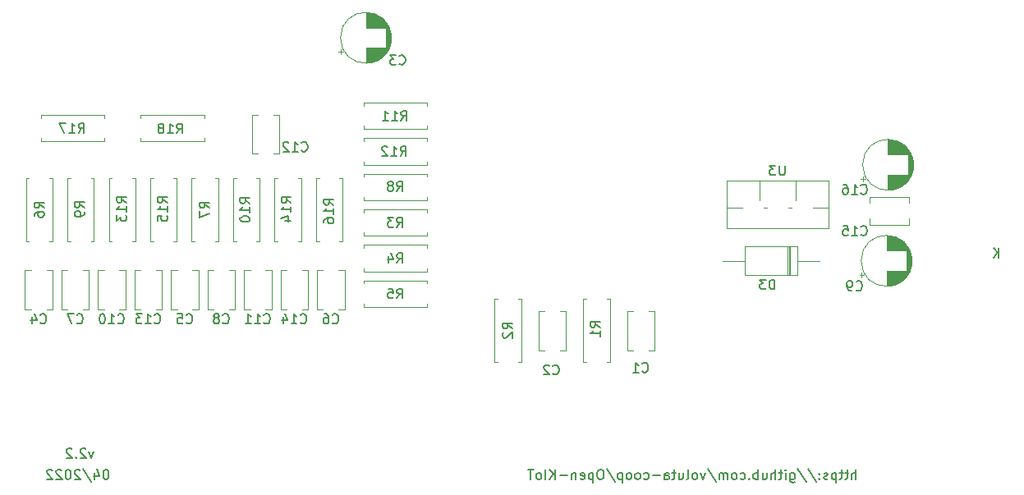
<source format=gbo>
G04 #@! TF.GenerationSoftware,KiCad,Pcbnew,6.0.4-6f826c9f35~116~ubuntu20.04.1*
G04 #@! TF.CreationDate,2022-04-25T20:45:33+02:00*
G04 #@! TF.ProjectId,Open_KIoT,4f70656e-5f4b-4496-9f54-2e6b69636164,rev?*
G04 #@! TF.SameCoordinates,Original*
G04 #@! TF.FileFunction,Legend,Bot*
G04 #@! TF.FilePolarity,Positive*
%FSLAX46Y46*%
G04 Gerber Fmt 4.6, Leading zero omitted, Abs format (unit mm)*
G04 Created by KiCad (PCBNEW 6.0.4-6f826c9f35~116~ubuntu20.04.1) date 2022-04-25 20:45:33*
%MOMM*%
%LPD*%
G01*
G04 APERTURE LIST*
%ADD10C,0.150000*%
%ADD11C,0.120000*%
G04 APERTURE END LIST*
D10*
X76652380Y-164752380D02*
X76557142Y-164752380D01*
X76461904Y-164800000D01*
X76414285Y-164847619D01*
X76366666Y-164942857D01*
X76319047Y-165133333D01*
X76319047Y-165371428D01*
X76366666Y-165561904D01*
X76414285Y-165657142D01*
X76461904Y-165704761D01*
X76557142Y-165752380D01*
X76652380Y-165752380D01*
X76747619Y-165704761D01*
X76795238Y-165657142D01*
X76842857Y-165561904D01*
X76890476Y-165371428D01*
X76890476Y-165133333D01*
X76842857Y-164942857D01*
X76795238Y-164847619D01*
X76747619Y-164800000D01*
X76652380Y-164752380D01*
X75461904Y-165085714D02*
X75461904Y-165752380D01*
X75700000Y-164704761D02*
X75938095Y-165419047D01*
X75319047Y-165419047D01*
X74223809Y-164704761D02*
X75080952Y-165990476D01*
X73938095Y-164847619D02*
X73890476Y-164800000D01*
X73795238Y-164752380D01*
X73557142Y-164752380D01*
X73461904Y-164800000D01*
X73414285Y-164847619D01*
X73366666Y-164942857D01*
X73366666Y-165038095D01*
X73414285Y-165180952D01*
X73985714Y-165752380D01*
X73366666Y-165752380D01*
X72747619Y-164752380D02*
X72652380Y-164752380D01*
X72557142Y-164800000D01*
X72509523Y-164847619D01*
X72461904Y-164942857D01*
X72414285Y-165133333D01*
X72414285Y-165371428D01*
X72461904Y-165561904D01*
X72509523Y-165657142D01*
X72557142Y-165704761D01*
X72652380Y-165752380D01*
X72747619Y-165752380D01*
X72842857Y-165704761D01*
X72890476Y-165657142D01*
X72938095Y-165561904D01*
X72985714Y-165371428D01*
X72985714Y-165133333D01*
X72938095Y-164942857D01*
X72890476Y-164847619D01*
X72842857Y-164800000D01*
X72747619Y-164752380D01*
X72033333Y-164847619D02*
X71985714Y-164800000D01*
X71890476Y-164752380D01*
X71652380Y-164752380D01*
X71557142Y-164800000D01*
X71509523Y-164847619D01*
X71461904Y-164942857D01*
X71461904Y-165038095D01*
X71509523Y-165180952D01*
X72080952Y-165752380D01*
X71461904Y-165752380D01*
X71080952Y-164847619D02*
X71033333Y-164800000D01*
X70938095Y-164752380D01*
X70700000Y-164752380D01*
X70604761Y-164800000D01*
X70557142Y-164847619D01*
X70509523Y-164942857D01*
X70509523Y-165038095D01*
X70557142Y-165180952D01*
X71128571Y-165752380D01*
X70509523Y-165752380D01*
X153933333Y-165752380D02*
X153933333Y-164752380D01*
X153504761Y-165752380D02*
X153504761Y-165228571D01*
X153552380Y-165133333D01*
X153647619Y-165085714D01*
X153790476Y-165085714D01*
X153885714Y-165133333D01*
X153933333Y-165180952D01*
X153171428Y-165085714D02*
X152790476Y-165085714D01*
X153028571Y-164752380D02*
X153028571Y-165609523D01*
X152980952Y-165704761D01*
X152885714Y-165752380D01*
X152790476Y-165752380D01*
X152600000Y-165085714D02*
X152219047Y-165085714D01*
X152457142Y-164752380D02*
X152457142Y-165609523D01*
X152409523Y-165704761D01*
X152314285Y-165752380D01*
X152219047Y-165752380D01*
X151885714Y-165085714D02*
X151885714Y-166085714D01*
X151885714Y-165133333D02*
X151790476Y-165085714D01*
X151600000Y-165085714D01*
X151504761Y-165133333D01*
X151457142Y-165180952D01*
X151409523Y-165276190D01*
X151409523Y-165561904D01*
X151457142Y-165657142D01*
X151504761Y-165704761D01*
X151600000Y-165752380D01*
X151790476Y-165752380D01*
X151885714Y-165704761D01*
X151028571Y-165704761D02*
X150933333Y-165752380D01*
X150742857Y-165752380D01*
X150647619Y-165704761D01*
X150600000Y-165609523D01*
X150600000Y-165561904D01*
X150647619Y-165466666D01*
X150742857Y-165419047D01*
X150885714Y-165419047D01*
X150980952Y-165371428D01*
X151028571Y-165276190D01*
X151028571Y-165228571D01*
X150980952Y-165133333D01*
X150885714Y-165085714D01*
X150742857Y-165085714D01*
X150647619Y-165133333D01*
X150171428Y-165657142D02*
X150123809Y-165704761D01*
X150171428Y-165752380D01*
X150219047Y-165704761D01*
X150171428Y-165657142D01*
X150171428Y-165752380D01*
X150171428Y-165133333D02*
X150123809Y-165180952D01*
X150171428Y-165228571D01*
X150219047Y-165180952D01*
X150171428Y-165133333D01*
X150171428Y-165228571D01*
X148980952Y-164704761D02*
X149838095Y-165990476D01*
X147933333Y-164704761D02*
X148790476Y-165990476D01*
X147171428Y-165085714D02*
X147171428Y-165895238D01*
X147219047Y-165990476D01*
X147266666Y-166038095D01*
X147361904Y-166085714D01*
X147504761Y-166085714D01*
X147600000Y-166038095D01*
X147171428Y-165704761D02*
X147266666Y-165752380D01*
X147457142Y-165752380D01*
X147552380Y-165704761D01*
X147600000Y-165657142D01*
X147647619Y-165561904D01*
X147647619Y-165276190D01*
X147600000Y-165180952D01*
X147552380Y-165133333D01*
X147457142Y-165085714D01*
X147266666Y-165085714D01*
X147171428Y-165133333D01*
X146695238Y-165752380D02*
X146695238Y-165085714D01*
X146695238Y-164752380D02*
X146742857Y-164800000D01*
X146695238Y-164847619D01*
X146647619Y-164800000D01*
X146695238Y-164752380D01*
X146695238Y-164847619D01*
X146361904Y-165085714D02*
X145980952Y-165085714D01*
X146219047Y-164752380D02*
X146219047Y-165609523D01*
X146171428Y-165704761D01*
X146076190Y-165752380D01*
X145980952Y-165752380D01*
X145647619Y-165752380D02*
X145647619Y-164752380D01*
X145219047Y-165752380D02*
X145219047Y-165228571D01*
X145266666Y-165133333D01*
X145361904Y-165085714D01*
X145504761Y-165085714D01*
X145600000Y-165133333D01*
X145647619Y-165180952D01*
X144314285Y-165085714D02*
X144314285Y-165752380D01*
X144742857Y-165085714D02*
X144742857Y-165609523D01*
X144695238Y-165704761D01*
X144600000Y-165752380D01*
X144457142Y-165752380D01*
X144361904Y-165704761D01*
X144314285Y-165657142D01*
X143838095Y-165752380D02*
X143838095Y-164752380D01*
X143838095Y-165133333D02*
X143742857Y-165085714D01*
X143552380Y-165085714D01*
X143457142Y-165133333D01*
X143409523Y-165180952D01*
X143361904Y-165276190D01*
X143361904Y-165561904D01*
X143409523Y-165657142D01*
X143457142Y-165704761D01*
X143552380Y-165752380D01*
X143742857Y-165752380D01*
X143838095Y-165704761D01*
X142933333Y-165657142D02*
X142885714Y-165704761D01*
X142933333Y-165752380D01*
X142980952Y-165704761D01*
X142933333Y-165657142D01*
X142933333Y-165752380D01*
X142028571Y-165704761D02*
X142123809Y-165752380D01*
X142314285Y-165752380D01*
X142409523Y-165704761D01*
X142457142Y-165657142D01*
X142504761Y-165561904D01*
X142504761Y-165276190D01*
X142457142Y-165180952D01*
X142409523Y-165133333D01*
X142314285Y-165085714D01*
X142123809Y-165085714D01*
X142028571Y-165133333D01*
X141457142Y-165752380D02*
X141552380Y-165704761D01*
X141600000Y-165657142D01*
X141647619Y-165561904D01*
X141647619Y-165276190D01*
X141600000Y-165180952D01*
X141552380Y-165133333D01*
X141457142Y-165085714D01*
X141314285Y-165085714D01*
X141219047Y-165133333D01*
X141171428Y-165180952D01*
X141123809Y-165276190D01*
X141123809Y-165561904D01*
X141171428Y-165657142D01*
X141219047Y-165704761D01*
X141314285Y-165752380D01*
X141457142Y-165752380D01*
X140695238Y-165752380D02*
X140695238Y-165085714D01*
X140695238Y-165180952D02*
X140647619Y-165133333D01*
X140552380Y-165085714D01*
X140409523Y-165085714D01*
X140314285Y-165133333D01*
X140266666Y-165228571D01*
X140266666Y-165752380D01*
X140266666Y-165228571D02*
X140219047Y-165133333D01*
X140123809Y-165085714D01*
X139980952Y-165085714D01*
X139885714Y-165133333D01*
X139838095Y-165228571D01*
X139838095Y-165752380D01*
X138647619Y-164704761D02*
X139504761Y-165990476D01*
X138409523Y-165085714D02*
X138171428Y-165752380D01*
X137933333Y-165085714D01*
X137409523Y-165752380D02*
X137504761Y-165704761D01*
X137552380Y-165657142D01*
X137600000Y-165561904D01*
X137600000Y-165276190D01*
X137552380Y-165180952D01*
X137504761Y-165133333D01*
X137409523Y-165085714D01*
X137266666Y-165085714D01*
X137171428Y-165133333D01*
X137123809Y-165180952D01*
X137076190Y-165276190D01*
X137076190Y-165561904D01*
X137123809Y-165657142D01*
X137171428Y-165704761D01*
X137266666Y-165752380D01*
X137409523Y-165752380D01*
X136504761Y-165752380D02*
X136600000Y-165704761D01*
X136647619Y-165609523D01*
X136647619Y-164752380D01*
X135695238Y-165085714D02*
X135695238Y-165752380D01*
X136123809Y-165085714D02*
X136123809Y-165609523D01*
X136076190Y-165704761D01*
X135980952Y-165752380D01*
X135838095Y-165752380D01*
X135742857Y-165704761D01*
X135695238Y-165657142D01*
X135361904Y-165085714D02*
X134980952Y-165085714D01*
X135219047Y-164752380D02*
X135219047Y-165609523D01*
X135171428Y-165704761D01*
X135076190Y-165752380D01*
X134980952Y-165752380D01*
X134219047Y-165752380D02*
X134219047Y-165228571D01*
X134266666Y-165133333D01*
X134361904Y-165085714D01*
X134552380Y-165085714D01*
X134647619Y-165133333D01*
X134219047Y-165704761D02*
X134314285Y-165752380D01*
X134552380Y-165752380D01*
X134647619Y-165704761D01*
X134695238Y-165609523D01*
X134695238Y-165514285D01*
X134647619Y-165419047D01*
X134552380Y-165371428D01*
X134314285Y-165371428D01*
X134219047Y-165323809D01*
X133742857Y-165371428D02*
X132980952Y-165371428D01*
X132076190Y-165704761D02*
X132171428Y-165752380D01*
X132361904Y-165752380D01*
X132457142Y-165704761D01*
X132504761Y-165657142D01*
X132552380Y-165561904D01*
X132552380Y-165276190D01*
X132504761Y-165180952D01*
X132457142Y-165133333D01*
X132361904Y-165085714D01*
X132171428Y-165085714D01*
X132076190Y-165133333D01*
X131504761Y-165752380D02*
X131600000Y-165704761D01*
X131647619Y-165657142D01*
X131695238Y-165561904D01*
X131695238Y-165276190D01*
X131647619Y-165180952D01*
X131600000Y-165133333D01*
X131504761Y-165085714D01*
X131361904Y-165085714D01*
X131266666Y-165133333D01*
X131219047Y-165180952D01*
X131171428Y-165276190D01*
X131171428Y-165561904D01*
X131219047Y-165657142D01*
X131266666Y-165704761D01*
X131361904Y-165752380D01*
X131504761Y-165752380D01*
X130600000Y-165752380D02*
X130695238Y-165704761D01*
X130742857Y-165657142D01*
X130790476Y-165561904D01*
X130790476Y-165276190D01*
X130742857Y-165180952D01*
X130695238Y-165133333D01*
X130600000Y-165085714D01*
X130457142Y-165085714D01*
X130361904Y-165133333D01*
X130314285Y-165180952D01*
X130266666Y-165276190D01*
X130266666Y-165561904D01*
X130314285Y-165657142D01*
X130361904Y-165704761D01*
X130457142Y-165752380D01*
X130600000Y-165752380D01*
X129838095Y-165085714D02*
X129838095Y-166085714D01*
X129838095Y-165133333D02*
X129742857Y-165085714D01*
X129552380Y-165085714D01*
X129457142Y-165133333D01*
X129409523Y-165180952D01*
X129361904Y-165276190D01*
X129361904Y-165561904D01*
X129409523Y-165657142D01*
X129457142Y-165704761D01*
X129552380Y-165752380D01*
X129742857Y-165752380D01*
X129838095Y-165704761D01*
X128219047Y-164704761D02*
X129076190Y-165990476D01*
X127695238Y-164752380D02*
X127504761Y-164752380D01*
X127409523Y-164800000D01*
X127314285Y-164895238D01*
X127266666Y-165085714D01*
X127266666Y-165419047D01*
X127314285Y-165609523D01*
X127409523Y-165704761D01*
X127504761Y-165752380D01*
X127695238Y-165752380D01*
X127790476Y-165704761D01*
X127885714Y-165609523D01*
X127933333Y-165419047D01*
X127933333Y-165085714D01*
X127885714Y-164895238D01*
X127790476Y-164800000D01*
X127695238Y-164752380D01*
X126838095Y-165085714D02*
X126838095Y-166085714D01*
X126838095Y-165133333D02*
X126742857Y-165085714D01*
X126552380Y-165085714D01*
X126457142Y-165133333D01*
X126409523Y-165180952D01*
X126361904Y-165276190D01*
X126361904Y-165561904D01*
X126409523Y-165657142D01*
X126457142Y-165704761D01*
X126552380Y-165752380D01*
X126742857Y-165752380D01*
X126838095Y-165704761D01*
X125552380Y-165704761D02*
X125647619Y-165752380D01*
X125838095Y-165752380D01*
X125933333Y-165704761D01*
X125980952Y-165609523D01*
X125980952Y-165228571D01*
X125933333Y-165133333D01*
X125838095Y-165085714D01*
X125647619Y-165085714D01*
X125552380Y-165133333D01*
X125504761Y-165228571D01*
X125504761Y-165323809D01*
X125980952Y-165419047D01*
X125076190Y-165085714D02*
X125076190Y-165752380D01*
X125076190Y-165180952D02*
X125028571Y-165133333D01*
X124933333Y-165085714D01*
X124790476Y-165085714D01*
X124695238Y-165133333D01*
X124647619Y-165228571D01*
X124647619Y-165752380D01*
X124171428Y-165371428D02*
X123409523Y-165371428D01*
X122933333Y-165752380D02*
X122933333Y-164752380D01*
X122361904Y-165752380D02*
X122790476Y-165180952D01*
X122361904Y-164752380D02*
X122933333Y-165323809D01*
X121933333Y-165752380D02*
X121933333Y-164752380D01*
X121314285Y-165752380D02*
X121409523Y-165704761D01*
X121457142Y-165657142D01*
X121504761Y-165561904D01*
X121504761Y-165276190D01*
X121457142Y-165180952D01*
X121409523Y-165133333D01*
X121314285Y-165085714D01*
X121171428Y-165085714D01*
X121076190Y-165133333D01*
X121028571Y-165180952D01*
X120980952Y-165276190D01*
X120980952Y-165561904D01*
X121028571Y-165657142D01*
X121076190Y-165704761D01*
X121171428Y-165752380D01*
X121314285Y-165752380D01*
X120695238Y-164752380D02*
X120123809Y-164752380D01*
X120409523Y-165752380D02*
X120409523Y-164752380D01*
X75328571Y-162885714D02*
X75090476Y-163552380D01*
X74852380Y-162885714D01*
X74519047Y-162647619D02*
X74471428Y-162600000D01*
X74376190Y-162552380D01*
X74138095Y-162552380D01*
X74042857Y-162600000D01*
X73995238Y-162647619D01*
X73947619Y-162742857D01*
X73947619Y-162838095D01*
X73995238Y-162980952D01*
X74566666Y-163552380D01*
X73947619Y-163552380D01*
X73519047Y-163457142D02*
X73471428Y-163504761D01*
X73519047Y-163552380D01*
X73566666Y-163504761D01*
X73519047Y-163457142D01*
X73519047Y-163552380D01*
X73090476Y-162647619D02*
X73042857Y-162600000D01*
X72947619Y-162552380D01*
X72709523Y-162552380D01*
X72614285Y-162600000D01*
X72566666Y-162647619D01*
X72519047Y-162742857D01*
X72519047Y-162838095D01*
X72566666Y-162980952D01*
X73138095Y-163552380D01*
X72519047Y-163552380D01*
X100079880Y-137457142D02*
X99603690Y-137123809D01*
X100079880Y-136885714D02*
X99079880Y-136885714D01*
X99079880Y-137266666D01*
X99127500Y-137361904D01*
X99175119Y-137409523D01*
X99270357Y-137457142D01*
X99413214Y-137457142D01*
X99508452Y-137409523D01*
X99556071Y-137361904D01*
X99603690Y-137266666D01*
X99603690Y-136885714D01*
X100079880Y-138409523D02*
X100079880Y-137838095D01*
X100079880Y-138123809D02*
X99079880Y-138123809D01*
X99222738Y-138028571D01*
X99317976Y-137933333D01*
X99365595Y-137838095D01*
X99079880Y-139266666D02*
X99079880Y-139076190D01*
X99127500Y-138980952D01*
X99175119Y-138933333D01*
X99317976Y-138838095D01*
X99508452Y-138790476D01*
X99889404Y-138790476D01*
X99984642Y-138838095D01*
X100032261Y-138885714D01*
X100079880Y-138980952D01*
X100079880Y-139171428D01*
X100032261Y-139266666D01*
X99984642Y-139314285D01*
X99889404Y-139361904D01*
X99651309Y-139361904D01*
X99556071Y-139314285D01*
X99508452Y-139266666D01*
X99460833Y-139171428D01*
X99460833Y-138980952D01*
X99508452Y-138885714D01*
X99556071Y-138838095D01*
X99651309Y-138790476D01*
X74372737Y-137723333D02*
X73896547Y-137390000D01*
X74372737Y-137151904D02*
X73372737Y-137151904D01*
X73372737Y-137532857D01*
X73420357Y-137628095D01*
X73467976Y-137675714D01*
X73563214Y-137723333D01*
X73706071Y-137723333D01*
X73801309Y-137675714D01*
X73848928Y-137628095D01*
X73896547Y-137532857D01*
X73896547Y-137151904D01*
X74372737Y-138199523D02*
X74372737Y-138390000D01*
X74325118Y-138485238D01*
X74277499Y-138532857D01*
X74134642Y-138628095D01*
X73944166Y-138675714D01*
X73563214Y-138675714D01*
X73467976Y-138628095D01*
X73420357Y-138580476D01*
X73372737Y-138485238D01*
X73372737Y-138294761D01*
X73420357Y-138199523D01*
X73467976Y-138151904D01*
X73563214Y-138104285D01*
X73801309Y-138104285D01*
X73896547Y-138151904D01*
X73944166Y-138199523D01*
X73991785Y-138294761D01*
X73991785Y-138485238D01*
X73944166Y-138580476D01*
X73896547Y-138628095D01*
X73801309Y-138675714D01*
X84901664Y-149607142D02*
X84949283Y-149654761D01*
X85092140Y-149702380D01*
X85187378Y-149702380D01*
X85330236Y-149654761D01*
X85425474Y-149559523D01*
X85473093Y-149464285D01*
X85520712Y-149273809D01*
X85520712Y-149130952D01*
X85473093Y-148940476D01*
X85425474Y-148845238D01*
X85330236Y-148750000D01*
X85187378Y-148702380D01*
X85092140Y-148702380D01*
X84949283Y-148750000D01*
X84901664Y-148797619D01*
X83996902Y-148702380D02*
X84473093Y-148702380D01*
X84520712Y-149178571D01*
X84473093Y-149130952D01*
X84377855Y-149083333D01*
X84139759Y-149083333D01*
X84044521Y-149130952D01*
X83996902Y-149178571D01*
X83949283Y-149273809D01*
X83949283Y-149511904D01*
X83996902Y-149607142D01*
X84044521Y-149654761D01*
X84139759Y-149702380D01*
X84377855Y-149702380D01*
X84473093Y-149654761D01*
X84520712Y-149607142D01*
X73770357Y-130022380D02*
X74103690Y-129546190D01*
X74341785Y-130022380D02*
X74341785Y-129022380D01*
X73960833Y-129022380D01*
X73865595Y-129070000D01*
X73817976Y-129117619D01*
X73770357Y-129212857D01*
X73770357Y-129355714D01*
X73817976Y-129450952D01*
X73865595Y-129498571D01*
X73960833Y-129546190D01*
X74341785Y-129546190D01*
X72817976Y-130022380D02*
X73389404Y-130022380D01*
X73103690Y-130022380D02*
X73103690Y-129022380D01*
X73198928Y-129165238D01*
X73294166Y-129260476D01*
X73389404Y-129308095D01*
X72484642Y-129022380D02*
X71817976Y-129022380D01*
X72246547Y-130022380D01*
X127533212Y-150063333D02*
X127057022Y-149730000D01*
X127533212Y-149491904D02*
X126533212Y-149491904D01*
X126533212Y-149872857D01*
X126580832Y-149968095D01*
X126628451Y-150015714D01*
X126723689Y-150063333D01*
X126866546Y-150063333D01*
X126961784Y-150015714D01*
X127009403Y-149968095D01*
X127057022Y-149872857D01*
X127057022Y-149491904D01*
X127533212Y-151015714D02*
X127533212Y-150444285D01*
X127533212Y-150730000D02*
X126533212Y-150730000D01*
X126676070Y-150634761D01*
X126771308Y-150539523D01*
X126818927Y-150444285D01*
X106604166Y-143442380D02*
X106937500Y-142966190D01*
X107175595Y-143442380D02*
X107175595Y-142442380D01*
X106794642Y-142442380D01*
X106699404Y-142490000D01*
X106651785Y-142537619D01*
X106604166Y-142632857D01*
X106604166Y-142775714D01*
X106651785Y-142870952D01*
X106699404Y-142918571D01*
X106794642Y-142966190D01*
X107175595Y-142966190D01*
X105747023Y-142775714D02*
X105747023Y-143442380D01*
X105985119Y-142394761D02*
X106223214Y-143109047D01*
X105604166Y-143109047D01*
X82928451Y-137227142D02*
X82452261Y-136893809D01*
X82928451Y-136655714D02*
X81928451Y-136655714D01*
X81928451Y-137036666D01*
X81976071Y-137131904D01*
X82023690Y-137179523D01*
X82118928Y-137227142D01*
X82261785Y-137227142D01*
X82357023Y-137179523D01*
X82404642Y-137131904D01*
X82452261Y-137036666D01*
X82452261Y-136655714D01*
X82928451Y-138179523D02*
X82928451Y-137608095D01*
X82928451Y-137893809D02*
X81928451Y-137893809D01*
X82071309Y-137798571D01*
X82166547Y-137703333D01*
X82214166Y-137608095D01*
X81928451Y-139084285D02*
X81928451Y-138608095D01*
X82404642Y-138560476D01*
X82357023Y-138608095D01*
X82309404Y-138703333D01*
X82309404Y-138941428D01*
X82357023Y-139036666D01*
X82404642Y-139084285D01*
X82499880Y-139131904D01*
X82737975Y-139131904D01*
X82833213Y-139084285D01*
X82880832Y-139036666D01*
X82928451Y-138941428D01*
X82928451Y-138703333D01*
X82880832Y-138608095D01*
X82833213Y-138560476D01*
X96772857Y-131857142D02*
X96820476Y-131904761D01*
X96963333Y-131952380D01*
X97058571Y-131952380D01*
X97201428Y-131904761D01*
X97296666Y-131809523D01*
X97344285Y-131714285D01*
X97391904Y-131523809D01*
X97391904Y-131380952D01*
X97344285Y-131190476D01*
X97296666Y-131095238D01*
X97201428Y-131000000D01*
X97058571Y-130952380D01*
X96963333Y-130952380D01*
X96820476Y-131000000D01*
X96772857Y-131047619D01*
X95820476Y-131952380D02*
X96391904Y-131952380D01*
X96106190Y-131952380D02*
X96106190Y-130952380D01*
X96201428Y-131095238D01*
X96296666Y-131190476D01*
X96391904Y-131238095D01*
X95439523Y-131047619D02*
X95391904Y-131000000D01*
X95296666Y-130952380D01*
X95058571Y-130952380D01*
X94963333Y-131000000D01*
X94915714Y-131047619D01*
X94868095Y-131142857D01*
X94868095Y-131238095D01*
X94915714Y-131380952D01*
X95487142Y-131952380D01*
X94868095Y-131952380D01*
X91444165Y-137297142D02*
X90967975Y-136963809D01*
X91444165Y-136725714D02*
X90444165Y-136725714D01*
X90444165Y-137106666D01*
X90491785Y-137201904D01*
X90539404Y-137249523D01*
X90634642Y-137297142D01*
X90777499Y-137297142D01*
X90872737Y-137249523D01*
X90920356Y-137201904D01*
X90967975Y-137106666D01*
X90967975Y-136725714D01*
X91444165Y-138249523D02*
X91444165Y-137678095D01*
X91444165Y-137963809D02*
X90444165Y-137963809D01*
X90587023Y-137868571D01*
X90682261Y-137773333D01*
X90729880Y-137678095D01*
X90444165Y-138868571D02*
X90444165Y-138963809D01*
X90491785Y-139059047D01*
X90539404Y-139106666D01*
X90634642Y-139154285D01*
X90825118Y-139201904D01*
X91063213Y-139201904D01*
X91253689Y-139154285D01*
X91348927Y-139106666D01*
X91396546Y-139059047D01*
X91444165Y-138963809D01*
X91444165Y-138868571D01*
X91396546Y-138773333D01*
X91348927Y-138725714D01*
X91253689Y-138678095D01*
X91063213Y-138630476D01*
X90825118Y-138630476D01*
X90634642Y-138678095D01*
X90539404Y-138725714D01*
X90491785Y-138773333D01*
X90444165Y-138868571D01*
X69846666Y-149607142D02*
X69894285Y-149654761D01*
X70037142Y-149702380D01*
X70132380Y-149702380D01*
X70275238Y-149654761D01*
X70370476Y-149559523D01*
X70418095Y-149464285D01*
X70465714Y-149273809D01*
X70465714Y-149130952D01*
X70418095Y-148940476D01*
X70370476Y-148845238D01*
X70275238Y-148750000D01*
X70132380Y-148702380D01*
X70037142Y-148702380D01*
X69894285Y-148750000D01*
X69846666Y-148797619D01*
X68989523Y-149035714D02*
X68989523Y-149702380D01*
X69227619Y-148654761D02*
X69465714Y-149369047D01*
X68846666Y-149369047D01*
X106960357Y-132412380D02*
X107293690Y-131936190D01*
X107531785Y-132412380D02*
X107531785Y-131412380D01*
X107150833Y-131412380D01*
X107055595Y-131460000D01*
X107007976Y-131507619D01*
X106960357Y-131602857D01*
X106960357Y-131745714D01*
X107007976Y-131840952D01*
X107055595Y-131888571D01*
X107150833Y-131936190D01*
X107531785Y-131936190D01*
X106007976Y-132412380D02*
X106579404Y-132412380D01*
X106293690Y-132412380D02*
X106293690Y-131412380D01*
X106388928Y-131555238D01*
X106484166Y-131650476D01*
X106579404Y-131698095D01*
X105627023Y-131507619D02*
X105579404Y-131460000D01*
X105484166Y-131412380D01*
X105246071Y-131412380D01*
X105150833Y-131460000D01*
X105103214Y-131507619D01*
X105055595Y-131602857D01*
X105055595Y-131698095D01*
X105103214Y-131840952D01*
X105674642Y-132412380D01*
X105055595Y-132412380D01*
X77842857Y-149607142D02*
X77890476Y-149654761D01*
X78033333Y-149702380D01*
X78128571Y-149702380D01*
X78271428Y-149654761D01*
X78366666Y-149559523D01*
X78414285Y-149464285D01*
X78461904Y-149273809D01*
X78461904Y-149130952D01*
X78414285Y-148940476D01*
X78366666Y-148845238D01*
X78271428Y-148750000D01*
X78128571Y-148702380D01*
X78033333Y-148702380D01*
X77890476Y-148750000D01*
X77842857Y-148797619D01*
X76890476Y-149702380D02*
X77461904Y-149702380D01*
X77176190Y-149702380D02*
X77176190Y-148702380D01*
X77271428Y-148845238D01*
X77366666Y-148940476D01*
X77461904Y-148988095D01*
X76271428Y-148702380D02*
X76176190Y-148702380D01*
X76080952Y-148750000D01*
X76033333Y-148797619D01*
X75985714Y-148892857D01*
X75938095Y-149083333D01*
X75938095Y-149321428D01*
X75985714Y-149511904D01*
X76033333Y-149607142D01*
X76080952Y-149654761D01*
X76176190Y-149702380D01*
X76271428Y-149702380D01*
X76366666Y-149654761D01*
X76414285Y-149607142D01*
X76461904Y-149511904D01*
X76509523Y-149321428D01*
X76509523Y-149083333D01*
X76461904Y-148892857D01*
X76414285Y-148797619D01*
X76366666Y-148750000D01*
X76271428Y-148702380D01*
X88666666Y-149607142D02*
X88714285Y-149654761D01*
X88857142Y-149702380D01*
X88952380Y-149702380D01*
X89095238Y-149654761D01*
X89190476Y-149559523D01*
X89238095Y-149464285D01*
X89285714Y-149273809D01*
X89285714Y-149130952D01*
X89238095Y-148940476D01*
X89190476Y-148845238D01*
X89095238Y-148750000D01*
X88952380Y-148702380D01*
X88857142Y-148702380D01*
X88714285Y-148750000D01*
X88666666Y-148797619D01*
X88095238Y-149130952D02*
X88190476Y-149083333D01*
X88238095Y-149035714D01*
X88285714Y-148940476D01*
X88285714Y-148892857D01*
X88238095Y-148797619D01*
X88190476Y-148750000D01*
X88095238Y-148702380D01*
X87904761Y-148702380D01*
X87809523Y-148750000D01*
X87761904Y-148797619D01*
X87714285Y-148892857D01*
X87714285Y-148940476D01*
X87761904Y-149035714D01*
X87809523Y-149083333D01*
X87904761Y-149130952D01*
X88095238Y-149130952D01*
X88190476Y-149178571D01*
X88238095Y-149226190D01*
X88285714Y-149321428D01*
X88285714Y-149511904D01*
X88238095Y-149607142D01*
X88190476Y-149654761D01*
X88095238Y-149702380D01*
X87904761Y-149702380D01*
X87809523Y-149654761D01*
X87761904Y-149607142D01*
X87714285Y-149511904D01*
X87714285Y-149321428D01*
X87761904Y-149226190D01*
X87809523Y-149178571D01*
X87904761Y-149130952D01*
X154452857Y-136257142D02*
X154500476Y-136304761D01*
X154643333Y-136352380D01*
X154738571Y-136352380D01*
X154881428Y-136304761D01*
X154976666Y-136209523D01*
X155024285Y-136114285D01*
X155071904Y-135923809D01*
X155071904Y-135780952D01*
X155024285Y-135590476D01*
X154976666Y-135495238D01*
X154881428Y-135400000D01*
X154738571Y-135352380D01*
X154643333Y-135352380D01*
X154500476Y-135400000D01*
X154452857Y-135447619D01*
X153500476Y-136352380D02*
X154071904Y-136352380D01*
X153786190Y-136352380D02*
X153786190Y-135352380D01*
X153881428Y-135495238D01*
X153976666Y-135590476D01*
X154071904Y-135638095D01*
X152643333Y-135352380D02*
X152833809Y-135352380D01*
X152929047Y-135400000D01*
X152976666Y-135447619D01*
X153071904Y-135590476D01*
X153119523Y-135780952D01*
X153119523Y-136161904D01*
X153071904Y-136257142D01*
X153024285Y-136304761D01*
X152929047Y-136352380D01*
X152738571Y-136352380D01*
X152643333Y-136304761D01*
X152595714Y-136257142D01*
X152548095Y-136161904D01*
X152548095Y-135923809D01*
X152595714Y-135828571D01*
X152643333Y-135780952D01*
X152738571Y-135733333D01*
X152929047Y-135733333D01*
X153024285Y-135780952D01*
X153071904Y-135828571D01*
X153119523Y-135923809D01*
X92902857Y-149607142D02*
X92950476Y-149654761D01*
X93093333Y-149702380D01*
X93188571Y-149702380D01*
X93331428Y-149654761D01*
X93426666Y-149559523D01*
X93474285Y-149464285D01*
X93521904Y-149273809D01*
X93521904Y-149130952D01*
X93474285Y-148940476D01*
X93426666Y-148845238D01*
X93331428Y-148750000D01*
X93188571Y-148702380D01*
X93093333Y-148702380D01*
X92950476Y-148750000D01*
X92902857Y-148797619D01*
X91950476Y-149702380D02*
X92521904Y-149702380D01*
X92236190Y-149702380D02*
X92236190Y-148702380D01*
X92331428Y-148845238D01*
X92426666Y-148940476D01*
X92521904Y-148988095D01*
X90998095Y-149702380D02*
X91569523Y-149702380D01*
X91283809Y-149702380D02*
X91283809Y-148702380D01*
X91379047Y-148845238D01*
X91474285Y-148940476D01*
X91569523Y-148988095D01*
X83900357Y-130072380D02*
X84233690Y-129596190D01*
X84471785Y-130072380D02*
X84471785Y-129072380D01*
X84090833Y-129072380D01*
X83995595Y-129120000D01*
X83947976Y-129167619D01*
X83900357Y-129262857D01*
X83900357Y-129405714D01*
X83947976Y-129500952D01*
X83995595Y-129548571D01*
X84090833Y-129596190D01*
X84471785Y-129596190D01*
X82947976Y-130072380D02*
X83519404Y-130072380D01*
X83233690Y-130072380D02*
X83233690Y-129072380D01*
X83328928Y-129215238D01*
X83424166Y-129310476D01*
X83519404Y-129358095D01*
X82376547Y-129500952D02*
X82471785Y-129453333D01*
X82519404Y-129405714D01*
X82567023Y-129310476D01*
X82567023Y-129262857D01*
X82519404Y-129167619D01*
X82471785Y-129120000D01*
X82376547Y-129072380D01*
X82186071Y-129072380D01*
X82090833Y-129120000D01*
X82043214Y-129167619D01*
X81995595Y-129262857D01*
X81995595Y-129310476D01*
X82043214Y-129405714D01*
X82090833Y-129453333D01*
X82186071Y-129500952D01*
X82376547Y-129500952D01*
X82471785Y-129548571D01*
X82519404Y-129596190D01*
X82567023Y-129691428D01*
X82567023Y-129881904D01*
X82519404Y-129977142D01*
X82471785Y-130024761D01*
X82376547Y-130072380D01*
X82186071Y-130072380D01*
X82090833Y-130024761D01*
X82043214Y-129977142D01*
X81995595Y-129881904D01*
X81995595Y-129691428D01*
X82043214Y-129596190D01*
X82090833Y-129548571D01*
X82186071Y-129500952D01*
X96669104Y-149607142D02*
X96716723Y-149654761D01*
X96859580Y-149702380D01*
X96954818Y-149702380D01*
X97097675Y-149654761D01*
X97192913Y-149559523D01*
X97240532Y-149464285D01*
X97288151Y-149273809D01*
X97288151Y-149130952D01*
X97240532Y-148940476D01*
X97192913Y-148845238D01*
X97097675Y-148750000D01*
X96954818Y-148702380D01*
X96859580Y-148702380D01*
X96716723Y-148750000D01*
X96669104Y-148797619D01*
X95716723Y-149702380D02*
X96288151Y-149702380D01*
X96002437Y-149702380D02*
X96002437Y-148702380D01*
X96097675Y-148845238D01*
X96192913Y-148940476D01*
X96288151Y-148988095D01*
X94859580Y-149035714D02*
X94859580Y-149702380D01*
X95097675Y-148654761D02*
X95335770Y-149369047D01*
X94716723Y-149369047D01*
X146601904Y-133394880D02*
X146601904Y-134204404D01*
X146554285Y-134299642D01*
X146506666Y-134347261D01*
X146411428Y-134394880D01*
X146220952Y-134394880D01*
X146125714Y-134347261D01*
X146078095Y-134299642D01*
X146030476Y-134204404D01*
X146030476Y-133394880D01*
X145649523Y-133394880D02*
X145030476Y-133394880D01*
X145363809Y-133775833D01*
X145220952Y-133775833D01*
X145125714Y-133823452D01*
X145078095Y-133871071D01*
X145030476Y-133966309D01*
X145030476Y-134204404D01*
X145078095Y-134299642D01*
X145125714Y-134347261D01*
X145220952Y-134394880D01*
X145506666Y-134394880D01*
X145601904Y-134347261D01*
X145649523Y-134299642D01*
X95697022Y-137247142D02*
X95220832Y-136913809D01*
X95697022Y-136675714D02*
X94697022Y-136675714D01*
X94697022Y-137056666D01*
X94744642Y-137151904D01*
X94792261Y-137199523D01*
X94887499Y-137247142D01*
X95030356Y-137247142D01*
X95125594Y-137199523D01*
X95173213Y-137151904D01*
X95220832Y-137056666D01*
X95220832Y-136675714D01*
X95697022Y-138199523D02*
X95697022Y-137628095D01*
X95697022Y-137913809D02*
X94697022Y-137913809D01*
X94839880Y-137818571D01*
X94935118Y-137723333D01*
X94982737Y-137628095D01*
X95030356Y-139056666D02*
X95697022Y-139056666D01*
X94649403Y-138818571D02*
X95363689Y-138580476D01*
X95363689Y-139199523D01*
X154452857Y-140507142D02*
X154500476Y-140554761D01*
X154643333Y-140602380D01*
X154738571Y-140602380D01*
X154881428Y-140554761D01*
X154976666Y-140459523D01*
X155024285Y-140364285D01*
X155071904Y-140173809D01*
X155071904Y-140030952D01*
X155024285Y-139840476D01*
X154976666Y-139745238D01*
X154881428Y-139650000D01*
X154738571Y-139602380D01*
X154643333Y-139602380D01*
X154500476Y-139650000D01*
X154452857Y-139697619D01*
X153500476Y-140602380D02*
X154071904Y-140602380D01*
X153786190Y-140602380D02*
X153786190Y-139602380D01*
X153881428Y-139745238D01*
X153976666Y-139840476D01*
X154071904Y-139888095D01*
X152595714Y-139602380D02*
X153071904Y-139602380D01*
X153119523Y-140078571D01*
X153071904Y-140030952D01*
X152976666Y-139983333D01*
X152738571Y-139983333D01*
X152643333Y-140030952D01*
X152595714Y-140078571D01*
X152548095Y-140173809D01*
X152548095Y-140411904D01*
X152595714Y-140507142D01*
X152643333Y-140554761D01*
X152738571Y-140602380D01*
X152976666Y-140602380D01*
X153071904Y-140554761D01*
X153119523Y-140507142D01*
X122680832Y-154877142D02*
X122728451Y-154924761D01*
X122871308Y-154972380D01*
X122966546Y-154972380D01*
X123109404Y-154924761D01*
X123204642Y-154829523D01*
X123252261Y-154734285D01*
X123299880Y-154543809D01*
X123299880Y-154400952D01*
X123252261Y-154210476D01*
X123204642Y-154115238D01*
X123109404Y-154020000D01*
X122966546Y-153972380D01*
X122871308Y-153972380D01*
X122728451Y-154020000D01*
X122680832Y-154067619D01*
X122299880Y-154067619D02*
X122252261Y-154020000D01*
X122157023Y-153972380D01*
X121918927Y-153972380D01*
X121823689Y-154020000D01*
X121776070Y-154067619D01*
X121728451Y-154162857D01*
X121728451Y-154258095D01*
X121776070Y-154400952D01*
X122347499Y-154972380D01*
X121728451Y-154972380D01*
X145560708Y-146152380D02*
X145560708Y-145152380D01*
X145322613Y-145152380D01*
X145179755Y-145200000D01*
X145084517Y-145295238D01*
X145036898Y-145390476D01*
X144989279Y-145580952D01*
X144989279Y-145723809D01*
X145036898Y-145914285D01*
X145084517Y-146009523D01*
X145179755Y-146104761D01*
X145322613Y-146152380D01*
X145560708Y-146152380D01*
X144655946Y-145152380D02*
X144036898Y-145152380D01*
X144370232Y-145533333D01*
X144227374Y-145533333D01*
X144132136Y-145580952D01*
X144084517Y-145628571D01*
X144036898Y-145723809D01*
X144036898Y-145961904D01*
X144084517Y-146057142D01*
X144132136Y-146104761D01*
X144227374Y-146152380D01*
X144513089Y-146152380D01*
X144608327Y-146104761D01*
X144655946Y-146057142D01*
X168671904Y-142902380D02*
X168671904Y-141902380D01*
X168100476Y-142902380D02*
X168529047Y-142330952D01*
X168100476Y-141902380D02*
X168671904Y-142473809D01*
X131904166Y-154627142D02*
X131951785Y-154674761D01*
X132094642Y-154722380D01*
X132189880Y-154722380D01*
X132332738Y-154674761D01*
X132427976Y-154579523D01*
X132475595Y-154484285D01*
X132523214Y-154293809D01*
X132523214Y-154150952D01*
X132475595Y-153960476D01*
X132427976Y-153865238D01*
X132332738Y-153770000D01*
X132189880Y-153722380D01*
X132094642Y-153722380D01*
X131951785Y-153770000D01*
X131904166Y-153817619D01*
X130951785Y-154722380D02*
X131523214Y-154722380D01*
X131237500Y-154722380D02*
X131237500Y-153722380D01*
X131332738Y-153865238D01*
X131427976Y-153960476D01*
X131523214Y-154008095D01*
X107040357Y-128752380D02*
X107373690Y-128276190D01*
X107611785Y-128752380D02*
X107611785Y-127752380D01*
X107230833Y-127752380D01*
X107135595Y-127800000D01*
X107087976Y-127847619D01*
X107040357Y-127942857D01*
X107040357Y-128085714D01*
X107087976Y-128180952D01*
X107135595Y-128228571D01*
X107230833Y-128276190D01*
X107611785Y-128276190D01*
X106087976Y-128752380D02*
X106659404Y-128752380D01*
X106373690Y-128752380D02*
X106373690Y-127752380D01*
X106468928Y-127895238D01*
X106564166Y-127990476D01*
X106659404Y-128038095D01*
X105135595Y-128752380D02*
X105707023Y-128752380D01*
X105421309Y-128752380D02*
X105421309Y-127752380D01*
X105516547Y-127895238D01*
X105611785Y-127990476D01*
X105707023Y-128038095D01*
X99956666Y-149607142D02*
X100004285Y-149654761D01*
X100147142Y-149702380D01*
X100242380Y-149702380D01*
X100385238Y-149654761D01*
X100480476Y-149559523D01*
X100528095Y-149464285D01*
X100575714Y-149273809D01*
X100575714Y-149130952D01*
X100528095Y-148940476D01*
X100480476Y-148845238D01*
X100385238Y-148750000D01*
X100242380Y-148702380D01*
X100147142Y-148702380D01*
X100004285Y-148750000D01*
X99956666Y-148797619D01*
X99099523Y-148702380D02*
X99290000Y-148702380D01*
X99385238Y-148750000D01*
X99432857Y-148797619D01*
X99528095Y-148940476D01*
X99575714Y-149130952D01*
X99575714Y-149511904D01*
X99528095Y-149607142D01*
X99480476Y-149654761D01*
X99385238Y-149702380D01*
X99194761Y-149702380D01*
X99099523Y-149654761D01*
X99051904Y-149607142D01*
X99004285Y-149511904D01*
X99004285Y-149273809D01*
X99051904Y-149178571D01*
X99099523Y-149130952D01*
X99194761Y-149083333D01*
X99385238Y-149083333D01*
X99480476Y-149130952D01*
X99528095Y-149178571D01*
X99575714Y-149273809D01*
X78725594Y-137207142D02*
X78249404Y-136873809D01*
X78725594Y-136635714D02*
X77725594Y-136635714D01*
X77725594Y-137016666D01*
X77773214Y-137111904D01*
X77820833Y-137159523D01*
X77916071Y-137207142D01*
X78058928Y-137207142D01*
X78154166Y-137159523D01*
X78201785Y-137111904D01*
X78249404Y-137016666D01*
X78249404Y-136635714D01*
X78725594Y-138159523D02*
X78725594Y-137588095D01*
X78725594Y-137873809D02*
X77725594Y-137873809D01*
X77868452Y-137778571D01*
X77963690Y-137683333D01*
X78011309Y-137588095D01*
X77725594Y-138492857D02*
X77725594Y-139111904D01*
X78106547Y-138778571D01*
X78106547Y-138921428D01*
X78154166Y-139016666D01*
X78201785Y-139064285D01*
X78297023Y-139111904D01*
X78535118Y-139111904D01*
X78630356Y-139064285D01*
X78677975Y-139016666D01*
X78725594Y-138921428D01*
X78725594Y-138635714D01*
X78677975Y-138540476D01*
X78630356Y-138492857D01*
X106614166Y-147092380D02*
X106947500Y-146616190D01*
X107185595Y-147092380D02*
X107185595Y-146092380D01*
X106804642Y-146092380D01*
X106709404Y-146140000D01*
X106661785Y-146187619D01*
X106614166Y-146282857D01*
X106614166Y-146425714D01*
X106661785Y-146520952D01*
X106709404Y-146568571D01*
X106804642Y-146616190D01*
X107185595Y-146616190D01*
X105709404Y-146092380D02*
X106185595Y-146092380D01*
X106233214Y-146568571D01*
X106185595Y-146520952D01*
X106090357Y-146473333D01*
X105852261Y-146473333D01*
X105757023Y-146520952D01*
X105709404Y-146568571D01*
X105661785Y-146663809D01*
X105661785Y-146901904D01*
X105709404Y-146997142D01*
X105757023Y-147044761D01*
X105852261Y-147092380D01*
X106090357Y-147092380D01*
X106185595Y-147044761D01*
X106233214Y-146997142D01*
X73616666Y-149607142D02*
X73664285Y-149654761D01*
X73807142Y-149702380D01*
X73902380Y-149702380D01*
X74045238Y-149654761D01*
X74140476Y-149559523D01*
X74188095Y-149464285D01*
X74235714Y-149273809D01*
X74235714Y-149130952D01*
X74188095Y-148940476D01*
X74140476Y-148845238D01*
X74045238Y-148750000D01*
X73902380Y-148702380D01*
X73807142Y-148702380D01*
X73664285Y-148750000D01*
X73616666Y-148797619D01*
X73283333Y-148702380D02*
X72616666Y-148702380D01*
X73045238Y-149702380D01*
X153956666Y-146207142D02*
X154004285Y-146254761D01*
X154147142Y-146302380D01*
X154242380Y-146302380D01*
X154385238Y-146254761D01*
X154480476Y-146159523D01*
X154528095Y-146064285D01*
X154575714Y-145873809D01*
X154575714Y-145730952D01*
X154528095Y-145540476D01*
X154480476Y-145445238D01*
X154385238Y-145350000D01*
X154242380Y-145302380D01*
X154147142Y-145302380D01*
X154004285Y-145350000D01*
X153956666Y-145397619D01*
X153480476Y-146302380D02*
X153290000Y-146302380D01*
X153194761Y-146254761D01*
X153147142Y-146207142D01*
X153051904Y-146064285D01*
X153004285Y-145873809D01*
X153004285Y-145492857D01*
X153051904Y-145397619D01*
X153099523Y-145350000D01*
X153194761Y-145302380D01*
X153385238Y-145302380D01*
X153480476Y-145350000D01*
X153528095Y-145397619D01*
X153575714Y-145492857D01*
X153575714Y-145730952D01*
X153528095Y-145826190D01*
X153480476Y-145873809D01*
X153385238Y-145921428D01*
X153194761Y-145921428D01*
X153099523Y-145873809D01*
X153051904Y-145826190D01*
X153004285Y-145730952D01*
X118499880Y-150223333D02*
X118023690Y-149890000D01*
X118499880Y-149651904D02*
X117499880Y-149651904D01*
X117499880Y-150032857D01*
X117547500Y-150128095D01*
X117595119Y-150175714D01*
X117690357Y-150223333D01*
X117833214Y-150223333D01*
X117928452Y-150175714D01*
X117976071Y-150128095D01*
X118023690Y-150032857D01*
X118023690Y-149651904D01*
X117595119Y-150604285D02*
X117547500Y-150651904D01*
X117499880Y-150747142D01*
X117499880Y-150985238D01*
X117547500Y-151080476D01*
X117595119Y-151128095D01*
X117690357Y-151175714D01*
X117785595Y-151175714D01*
X117928452Y-151128095D01*
X118499880Y-150556666D01*
X118499880Y-151175714D01*
X106856666Y-122907142D02*
X106904285Y-122954761D01*
X107047142Y-123002380D01*
X107142380Y-123002380D01*
X107285238Y-122954761D01*
X107380476Y-122859523D01*
X107428095Y-122764285D01*
X107475714Y-122573809D01*
X107475714Y-122430952D01*
X107428095Y-122240476D01*
X107380476Y-122145238D01*
X107285238Y-122050000D01*
X107142380Y-122002380D01*
X107047142Y-122002380D01*
X106904285Y-122050000D01*
X106856666Y-122097619D01*
X106523333Y-122002380D02*
X105904285Y-122002380D01*
X106237619Y-122383333D01*
X106094761Y-122383333D01*
X105999523Y-122430952D01*
X105951904Y-122478571D01*
X105904285Y-122573809D01*
X105904285Y-122811904D01*
X105951904Y-122907142D01*
X105999523Y-122954761D01*
X106094761Y-123002380D01*
X106380476Y-123002380D01*
X106475714Y-122954761D01*
X106523333Y-122907142D01*
X87271308Y-137773333D02*
X86795118Y-137440000D01*
X87271308Y-137201904D02*
X86271308Y-137201904D01*
X86271308Y-137582857D01*
X86318928Y-137678095D01*
X86366547Y-137725714D01*
X86461785Y-137773333D01*
X86604642Y-137773333D01*
X86699880Y-137725714D01*
X86747499Y-137678095D01*
X86795118Y-137582857D01*
X86795118Y-137201904D01*
X86271308Y-138106666D02*
X86271308Y-138773333D01*
X87271308Y-138344761D01*
X106604166Y-136052380D02*
X106937500Y-135576190D01*
X107175595Y-136052380D02*
X107175595Y-135052380D01*
X106794642Y-135052380D01*
X106699404Y-135100000D01*
X106651785Y-135147619D01*
X106604166Y-135242857D01*
X106604166Y-135385714D01*
X106651785Y-135480952D01*
X106699404Y-135528571D01*
X106794642Y-135576190D01*
X107175595Y-135576190D01*
X106032738Y-135480952D02*
X106127976Y-135433333D01*
X106175595Y-135385714D01*
X106223214Y-135290476D01*
X106223214Y-135242857D01*
X106175595Y-135147619D01*
X106127976Y-135100000D01*
X106032738Y-135052380D01*
X105842261Y-135052380D01*
X105747023Y-135100000D01*
X105699404Y-135147619D01*
X105651785Y-135242857D01*
X105651785Y-135290476D01*
X105699404Y-135385714D01*
X105747023Y-135433333D01*
X105842261Y-135480952D01*
X106032738Y-135480952D01*
X106127976Y-135528571D01*
X106175595Y-135576190D01*
X106223214Y-135671428D01*
X106223214Y-135861904D01*
X106175595Y-135957142D01*
X106127976Y-136004761D01*
X106032738Y-136052380D01*
X105842261Y-136052380D01*
X105747023Y-136004761D01*
X105699404Y-135957142D01*
X105651785Y-135861904D01*
X105651785Y-135671428D01*
X105699404Y-135576190D01*
X105747023Y-135528571D01*
X105842261Y-135480952D01*
X106594166Y-139752380D02*
X106927500Y-139276190D01*
X107165595Y-139752380D02*
X107165595Y-138752380D01*
X106784642Y-138752380D01*
X106689404Y-138800000D01*
X106641785Y-138847619D01*
X106594166Y-138942857D01*
X106594166Y-139085714D01*
X106641785Y-139180952D01*
X106689404Y-139228571D01*
X106784642Y-139276190D01*
X107165595Y-139276190D01*
X106260833Y-138752380D02*
X105641785Y-138752380D01*
X105975119Y-139133333D01*
X105832261Y-139133333D01*
X105737023Y-139180952D01*
X105689404Y-139228571D01*
X105641785Y-139323809D01*
X105641785Y-139561904D01*
X105689404Y-139657142D01*
X105737023Y-139704761D01*
X105832261Y-139752380D01*
X106117976Y-139752380D01*
X106213214Y-139704761D01*
X106260833Y-139657142D01*
X81614106Y-149607142D02*
X81661725Y-149654761D01*
X81804582Y-149702380D01*
X81899820Y-149702380D01*
X82042677Y-149654761D01*
X82137915Y-149559523D01*
X82185534Y-149464285D01*
X82233153Y-149273809D01*
X82233153Y-149130952D01*
X82185534Y-148940476D01*
X82137915Y-148845238D01*
X82042677Y-148750000D01*
X81899820Y-148702380D01*
X81804582Y-148702380D01*
X81661725Y-148750000D01*
X81614106Y-148797619D01*
X80661725Y-149702380D02*
X81233153Y-149702380D01*
X80947439Y-149702380D02*
X80947439Y-148702380D01*
X81042677Y-148845238D01*
X81137915Y-148940476D01*
X81233153Y-148988095D01*
X80328391Y-148702380D02*
X79709344Y-148702380D01*
X80042677Y-149083333D01*
X79899820Y-149083333D01*
X79804582Y-149130952D01*
X79756963Y-149178571D01*
X79709344Y-149273809D01*
X79709344Y-149511904D01*
X79756963Y-149607142D01*
X79804582Y-149654761D01*
X79899820Y-149702380D01*
X80185534Y-149702380D01*
X80280772Y-149654761D01*
X80328391Y-149607142D01*
X70219880Y-137773333D02*
X69743690Y-137440000D01*
X70219880Y-137201904D02*
X69219880Y-137201904D01*
X69219880Y-137582857D01*
X69267500Y-137678095D01*
X69315119Y-137725714D01*
X69410357Y-137773333D01*
X69553214Y-137773333D01*
X69648452Y-137725714D01*
X69696071Y-137678095D01*
X69743690Y-137582857D01*
X69743690Y-137201904D01*
X69219880Y-138630476D02*
X69219880Y-138440000D01*
X69267500Y-138344761D01*
X69315119Y-138297142D01*
X69457976Y-138201904D01*
X69648452Y-138154285D01*
X70029404Y-138154285D01*
X70124642Y-138201904D01*
X70172261Y-138249523D01*
X70219880Y-138344761D01*
X70219880Y-138535238D01*
X70172261Y-138630476D01*
X70124642Y-138678095D01*
X70029404Y-138725714D01*
X69791309Y-138725714D01*
X69696071Y-138678095D01*
X69648452Y-138630476D01*
X69600833Y-138535238D01*
X69600833Y-138344761D01*
X69648452Y-138249523D01*
X69696071Y-138201904D01*
X69791309Y-138154285D01*
D11*
X101007500Y-141240000D02*
X100677500Y-141240000D01*
X98267500Y-134700000D02*
X98267500Y-141240000D01*
X100677500Y-134700000D02*
X101007500Y-134700000D01*
X98597500Y-134700000D02*
X98267500Y-134700000D01*
X98267500Y-141240000D02*
X98597500Y-141240000D01*
X101007500Y-134700000D02*
X101007500Y-141240000D01*
X72630357Y-141240000D02*
X72960357Y-141240000D01*
X72960357Y-134700000D02*
X72630357Y-134700000D01*
X75370357Y-134700000D02*
X75370357Y-141240000D01*
X75040357Y-134700000D02*
X75370357Y-134700000D01*
X75370357Y-141240000D02*
X75040357Y-141240000D01*
X72630357Y-134700000D02*
X72630357Y-141240000D01*
X83937500Y-148250000D02*
X83312500Y-148250000D01*
X86152500Y-148250000D02*
X85527500Y-148250000D01*
X83937500Y-144210000D02*
X83312500Y-144210000D01*
X86152500Y-144210000D02*
X85527500Y-144210000D01*
X83312500Y-148250000D02*
X83312500Y-144210000D01*
X86152500Y-148250000D02*
X86152500Y-144210000D01*
X69917500Y-128170000D02*
X76457500Y-128170000D01*
X76457500Y-130910000D02*
X76457500Y-130580000D01*
X69917500Y-128500000D02*
X69917500Y-128170000D01*
X69917500Y-130580000D02*
X69917500Y-130910000D01*
X69917500Y-130910000D02*
X76457500Y-130910000D01*
X76457500Y-128170000D02*
X76457500Y-128500000D01*
X128550832Y-147160000D02*
X128550832Y-153700000D01*
X128220832Y-147160000D02*
X128550832Y-147160000D01*
X125810832Y-153700000D02*
X126140832Y-153700000D01*
X125810832Y-147160000D02*
X125810832Y-153700000D01*
X126140832Y-147160000D02*
X125810832Y-147160000D01*
X128550832Y-153700000D02*
X128220832Y-153700000D01*
X103167500Y-141570000D02*
X103167500Y-141900000D01*
X109707500Y-143980000D02*
X109707500Y-144310000D01*
X109707500Y-141570000D02*
X103167500Y-141570000D01*
X109707500Y-144310000D02*
X103167500Y-144310000D01*
X109707500Y-141900000D02*
X109707500Y-141570000D01*
X103167500Y-144310000D02*
X103167500Y-143980000D01*
X83586071Y-134700000D02*
X83916071Y-134700000D01*
X83916071Y-134700000D02*
X83916071Y-141240000D01*
X83916071Y-141240000D02*
X83586071Y-141240000D01*
X81506071Y-134700000D02*
X81176071Y-134700000D01*
X81176071Y-134700000D02*
X81176071Y-141240000D01*
X81176071Y-141240000D02*
X81506071Y-141240000D01*
X93852500Y-132190000D02*
X94477500Y-132190000D01*
X91637500Y-128150000D02*
X91637500Y-132190000D01*
X93852500Y-128150000D02*
X94477500Y-128150000D01*
X91637500Y-132190000D02*
X92262500Y-132190000D01*
X94477500Y-128150000D02*
X94477500Y-132190000D01*
X91637500Y-128150000D02*
X92262500Y-128150000D01*
X92131785Y-134700000D02*
X92461785Y-134700000D01*
X90051785Y-134700000D02*
X89721785Y-134700000D01*
X89721785Y-141240000D02*
X90051785Y-141240000D01*
X89721785Y-134700000D02*
X89721785Y-141240000D01*
X92461785Y-134700000D02*
X92461785Y-141240000D01*
X92461785Y-141240000D02*
X92131785Y-141240000D01*
X71097500Y-148250000D02*
X71097500Y-144210000D01*
X68882500Y-144210000D02*
X68257500Y-144210000D01*
X68882500Y-148250000D02*
X68257500Y-148250000D01*
X71097500Y-148250000D02*
X70472500Y-148250000D01*
X68257500Y-148250000D02*
X68257500Y-144210000D01*
X71097500Y-144210000D02*
X70472500Y-144210000D01*
X103167500Y-132970000D02*
X103167500Y-133300000D01*
X103167500Y-130560000D02*
X109707500Y-130560000D01*
X103167500Y-133300000D02*
X109707500Y-133300000D01*
X109707500Y-130560000D02*
X109707500Y-130890000D01*
X109707500Y-133300000D02*
X109707500Y-132970000D01*
X103167500Y-130890000D02*
X103167500Y-130560000D01*
X78625000Y-148250000D02*
X78000000Y-148250000D01*
X76410000Y-144210000D02*
X75785000Y-144210000D01*
X78625000Y-148250000D02*
X78625000Y-144210000D01*
X78625000Y-144210000D02*
X78000000Y-144210000D01*
X76410000Y-148250000D02*
X75785000Y-148250000D01*
X75785000Y-148250000D02*
X75785000Y-144210000D01*
X87701250Y-144210000D02*
X87076250Y-144210000D01*
X89916250Y-144210000D02*
X89291250Y-144210000D01*
X89916250Y-148250000D02*
X89916250Y-144210000D01*
X87701250Y-148250000D02*
X87076250Y-148250000D01*
X89916250Y-148250000D02*
X89291250Y-148250000D01*
X87076250Y-148250000D02*
X87076250Y-144210000D01*
X155377500Y-137275000D02*
X155377500Y-136650000D01*
X155377500Y-136650000D02*
X159417500Y-136650000D01*
X155377500Y-139490000D02*
X155377500Y-138865000D01*
X159417500Y-137275000D02*
X159417500Y-136650000D01*
X159417500Y-139490000D02*
X159417500Y-138865000D01*
X155377500Y-139490000D02*
X159417500Y-139490000D01*
X91465000Y-148250000D02*
X90840000Y-148250000D01*
X93680000Y-144210000D02*
X93055000Y-144210000D01*
X93680000Y-148250000D02*
X93680000Y-144210000D01*
X90840000Y-148250000D02*
X90840000Y-144210000D01*
X91465000Y-144210000D02*
X90840000Y-144210000D01*
X93680000Y-148250000D02*
X93055000Y-148250000D01*
X80187500Y-128170000D02*
X86727500Y-128170000D01*
X80187500Y-130580000D02*
X80187500Y-130910000D01*
X86727500Y-128170000D02*
X86727500Y-128500000D01*
X80187500Y-130910000D02*
X86727500Y-130910000D01*
X80187500Y-128500000D02*
X80187500Y-128170000D01*
X86727500Y-130910000D02*
X86727500Y-130580000D01*
X97443750Y-144210000D02*
X96818750Y-144210000D01*
X97443750Y-148250000D02*
X97443750Y-144210000D01*
X95228750Y-144210000D02*
X94603750Y-144210000D01*
X97443750Y-148250000D02*
X96818750Y-148250000D01*
X95228750Y-148250000D02*
X94603750Y-148250000D01*
X94603750Y-148250000D02*
X94603750Y-144210000D01*
X147277000Y-137702000D02*
X146942000Y-137702000D01*
X151090000Y-134942000D02*
X151090000Y-139883000D01*
X151090000Y-134942000D02*
X140590000Y-134942000D01*
X140590000Y-134942000D02*
X140590000Y-139883000D01*
X143989000Y-134942000D02*
X143989000Y-136960000D01*
X147690000Y-134942000D02*
X147690000Y-136960000D01*
X151090000Y-137702000D02*
X149483000Y-137702000D01*
X151090000Y-139883000D02*
X140590000Y-139883000D01*
X142197000Y-137702000D02*
X140590000Y-137702000D01*
X144737000Y-137702000D02*
X144402000Y-137702000D01*
X96734642Y-134700000D02*
X96734642Y-141240000D01*
X94324642Y-134700000D02*
X93994642Y-134700000D01*
X93994642Y-134700000D02*
X93994642Y-141240000D01*
X96734642Y-141240000D02*
X96404642Y-141240000D01*
X96404642Y-134700000D02*
X96734642Y-134700000D01*
X93994642Y-141240000D02*
X94324642Y-141240000D01*
X157968500Y-132280000D02*
X157968500Y-130840000D01*
X157247500Y-132280000D02*
X157247500Y-130740000D01*
X157927500Y-132280000D02*
X157927500Y-130829000D01*
X158288500Y-135685000D02*
X158288500Y-134360000D01*
X157567500Y-132280000D02*
X157567500Y-130759000D01*
X158888500Y-132280000D02*
X158888500Y-131316000D01*
X158328500Y-132280000D02*
X158328500Y-130972000D01*
X159608500Y-134418000D02*
X159608500Y-132222000D01*
X157687500Y-135863000D02*
X157687500Y-134360000D01*
X159728500Y-134125000D02*
X159728500Y-132515000D01*
X158728500Y-132280000D02*
X158728500Y-131198000D01*
X159288500Y-134925000D02*
X159288500Y-131715000D01*
X157847500Y-135831000D02*
X157847500Y-134360000D01*
X157887500Y-135821000D02*
X157887500Y-134360000D01*
X158968500Y-135257000D02*
X158968500Y-134360000D01*
X158528500Y-132280000D02*
X158528500Y-131073000D01*
X157367500Y-135898000D02*
X157367500Y-134360000D01*
X159208500Y-135019000D02*
X159208500Y-134360000D01*
X158888500Y-135324000D02*
X158888500Y-134360000D01*
X157287500Y-132280000D02*
X157287500Y-130740000D01*
X159528500Y-134571000D02*
X159528500Y-132069000D01*
X159688500Y-134235000D02*
X159688500Y-132405000D01*
X157727500Y-132280000D02*
X157727500Y-130784000D01*
X158048500Y-132280000D02*
X158048500Y-130865000D01*
X158808500Y-132280000D02*
X158808500Y-131255000D01*
X158128500Y-135748000D02*
X158128500Y-134360000D01*
X158488500Y-132280000D02*
X158488500Y-131052000D01*
X157287500Y-135900000D02*
X157287500Y-134360000D01*
X159168500Y-132280000D02*
X159168500Y-131577000D01*
X158808500Y-135385000D02*
X158808500Y-134360000D01*
X157887500Y-132280000D02*
X157887500Y-130819000D01*
X158008500Y-132280000D02*
X158008500Y-130852000D01*
X158768500Y-132280000D02*
X158768500Y-131225000D01*
X159848500Y-133604000D02*
X159848500Y-133036000D01*
X159088500Y-132280000D02*
X159088500Y-131494000D01*
X157527500Y-135885000D02*
X157527500Y-134360000D01*
X158568500Y-132280000D02*
X158568500Y-131096000D01*
X159328500Y-134874000D02*
X159328500Y-131766000D01*
X157647500Y-135870000D02*
X157647500Y-134360000D01*
X159368500Y-134820000D02*
X159368500Y-131820000D01*
X157447500Y-132280000D02*
X157447500Y-130747000D01*
X157968500Y-135800000D02*
X157968500Y-134360000D01*
X158968500Y-132280000D02*
X158968500Y-131383000D01*
X158408500Y-132280000D02*
X158408500Y-131010000D01*
X157407500Y-135896000D02*
X157407500Y-134360000D01*
X158608500Y-135520000D02*
X158608500Y-134360000D01*
X157487500Y-132280000D02*
X157487500Y-130751000D01*
X158768500Y-135415000D02*
X158768500Y-134360000D01*
X158288500Y-132280000D02*
X158288500Y-130955000D01*
X157927500Y-135811000D02*
X157927500Y-134360000D01*
X158088500Y-135762000D02*
X158088500Y-134360000D01*
X159168500Y-135063000D02*
X159168500Y-134360000D01*
X158128500Y-132280000D02*
X158128500Y-130892000D01*
X157447500Y-135893000D02*
X157447500Y-134360000D01*
X157327500Y-132280000D02*
X157327500Y-130741000D01*
X158528500Y-135567000D02*
X158528500Y-134360000D01*
X158368500Y-135649000D02*
X158368500Y-134360000D01*
X158368500Y-132280000D02*
X158368500Y-130991000D01*
X158928500Y-135291000D02*
X158928500Y-134360000D01*
X159448500Y-134703000D02*
X159448500Y-131937000D01*
X157647500Y-132280000D02*
X157647500Y-130770000D01*
X158688500Y-132280000D02*
X158688500Y-131171000D01*
X159248500Y-132280000D02*
X159248500Y-131667000D01*
X159568500Y-134498000D02*
X159568500Y-132142000D01*
X158408500Y-135630000D02*
X158408500Y-134360000D01*
X157807500Y-135840000D02*
X157807500Y-134360000D01*
X158848500Y-132280000D02*
X158848500Y-131285000D01*
X159208500Y-132280000D02*
X159208500Y-131621000D01*
X157687500Y-132280000D02*
X157687500Y-130777000D01*
X158048500Y-135775000D02*
X158048500Y-134360000D01*
X157367500Y-132280000D02*
X157367500Y-130742000D01*
X158448500Y-135610000D02*
X158448500Y-134360000D01*
X157527500Y-132280000D02*
X157527500Y-130755000D01*
X159248500Y-134973000D02*
X159248500Y-134360000D01*
X158448500Y-132280000D02*
X158448500Y-131030000D01*
X157767500Y-132280000D02*
X157767500Y-130792000D01*
X159808500Y-133838000D02*
X159808500Y-132802000D01*
X158848500Y-135355000D02*
X158848500Y-134360000D01*
X158928500Y-132280000D02*
X158928500Y-131349000D01*
X159088500Y-135146000D02*
X159088500Y-134360000D01*
X158208500Y-135718000D02*
X158208500Y-134360000D01*
X158248500Y-132280000D02*
X158248500Y-130938000D01*
X158168500Y-135734000D02*
X158168500Y-134360000D01*
X158648500Y-135495000D02*
X158648500Y-134360000D01*
X157407500Y-132280000D02*
X157407500Y-130744000D01*
X157607500Y-135876000D02*
X157607500Y-134360000D01*
X157807500Y-132280000D02*
X157807500Y-130800000D01*
X159488500Y-134639000D02*
X159488500Y-132001000D01*
X159408500Y-134763000D02*
X159408500Y-131877000D01*
X157567500Y-135881000D02*
X157567500Y-134360000D01*
X158568500Y-135544000D02*
X158568500Y-134360000D01*
X158248500Y-135702000D02*
X158248500Y-134360000D01*
X159008500Y-135221000D02*
X159008500Y-134360000D01*
X158088500Y-132280000D02*
X158088500Y-130878000D01*
X157247500Y-135900000D02*
X157247500Y-134360000D01*
X158008500Y-135788000D02*
X158008500Y-134360000D01*
X159008500Y-132280000D02*
X159008500Y-131419000D01*
X157727500Y-135856000D02*
X157727500Y-134360000D01*
X158328500Y-135668000D02*
X158328500Y-134360000D01*
X154442725Y-134795000D02*
X154942725Y-134795000D01*
X158608500Y-132280000D02*
X158608500Y-131120000D01*
X154692725Y-135045000D02*
X154692725Y-134545000D01*
X159768500Y-133997000D02*
X159768500Y-132643000D01*
X157847500Y-132280000D02*
X157847500Y-130809000D01*
X159048500Y-135184000D02*
X159048500Y-134360000D01*
X158688500Y-135469000D02*
X158688500Y-134360000D01*
X159128500Y-132280000D02*
X159128500Y-131535000D01*
X157487500Y-135889000D02*
X157487500Y-134360000D01*
X157607500Y-132280000D02*
X157607500Y-130764000D01*
X159048500Y-132280000D02*
X159048500Y-131456000D01*
X157767500Y-135848000D02*
X157767500Y-134360000D01*
X159648500Y-134331000D02*
X159648500Y-132309000D01*
X158168500Y-132280000D02*
X158168500Y-130906000D01*
X158208500Y-132280000D02*
X158208500Y-130922000D01*
X158728500Y-135442000D02*
X158728500Y-134360000D01*
X157327500Y-135899000D02*
X157327500Y-134360000D01*
X158648500Y-132280000D02*
X158648500Y-131145000D01*
X158488500Y-135588000D02*
X158488500Y-134360000D01*
X159128500Y-135105000D02*
X159128500Y-134360000D01*
X159867500Y-133320000D02*
G75*
G03*
X159867500Y-133320000I-2620000J0D01*
G01*
X121194166Y-148410000D02*
X121819166Y-148410000D01*
X121194166Y-152450000D02*
X121819166Y-152450000D01*
X123409166Y-148410000D02*
X124034166Y-148410000D01*
X121194166Y-148410000D02*
X121194166Y-152450000D01*
X124034166Y-148410000D02*
X124034166Y-152450000D01*
X123409166Y-152450000D02*
X124034166Y-152450000D01*
X147022613Y-141750000D02*
X147022613Y-144690000D01*
X147922613Y-144690000D02*
X142482613Y-144690000D01*
X147142613Y-141750000D02*
X147142613Y-144690000D01*
X150212613Y-143220000D02*
X147922613Y-143220000D01*
X142482613Y-141750000D02*
X147922613Y-141750000D01*
X147922613Y-141750000D02*
X147922613Y-144690000D01*
X140192613Y-143220000D02*
X142482613Y-143220000D01*
X142482613Y-144690000D02*
X142482613Y-141750000D01*
X146902613Y-141750000D02*
X146902613Y-144690000D01*
X130327500Y-152450000D02*
X130952500Y-152450000D01*
X132542500Y-148410000D02*
X133167500Y-148410000D01*
X130327500Y-148410000D02*
X130327500Y-152450000D01*
X130327500Y-148410000D02*
X130952500Y-148410000D01*
X132542500Y-152450000D02*
X133167500Y-152450000D01*
X133167500Y-148410000D02*
X133167500Y-152450000D01*
X103167500Y-129630000D02*
X103167500Y-129300000D01*
X109707500Y-127220000D02*
X109707500Y-126890000D01*
X109707500Y-126890000D02*
X103167500Y-126890000D01*
X109707500Y-129300000D02*
X109707500Y-129630000D01*
X103167500Y-126890000D02*
X103167500Y-127220000D01*
X109707500Y-129630000D02*
X103167500Y-129630000D01*
X101207500Y-148250000D02*
X101207500Y-144210000D01*
X98992500Y-144210000D02*
X98367500Y-144210000D01*
X98992500Y-148250000D02*
X98367500Y-148250000D01*
X101207500Y-144210000D02*
X100582500Y-144210000D01*
X98367500Y-148250000D02*
X98367500Y-144210000D01*
X101207500Y-148250000D02*
X100582500Y-148250000D01*
X76903214Y-141240000D02*
X77233214Y-141240000D01*
X79643214Y-141240000D02*
X79313214Y-141240000D01*
X77233214Y-134700000D02*
X76903214Y-134700000D01*
X79643214Y-134700000D02*
X79643214Y-141240000D01*
X79313214Y-134700000D02*
X79643214Y-134700000D01*
X76903214Y-134700000D02*
X76903214Y-141240000D01*
X109707500Y-147980000D02*
X109707500Y-147650000D01*
X103167500Y-145240000D02*
X109707500Y-145240000D01*
X103167500Y-147980000D02*
X109707500Y-147980000D01*
X103167500Y-147650000D02*
X103167500Y-147980000D01*
X103167500Y-145570000D02*
X103167500Y-145240000D01*
X109707500Y-145240000D02*
X109707500Y-145570000D01*
X74861250Y-144210000D02*
X74236250Y-144210000D01*
X74861250Y-148250000D02*
X74236250Y-148250000D01*
X72021250Y-148250000D02*
X72021250Y-144210000D01*
X72646250Y-148250000D02*
X72021250Y-148250000D01*
X74861250Y-148250000D02*
X74861250Y-144210000D01*
X72646250Y-144210000D02*
X72021250Y-144210000D01*
X158213388Y-145549000D02*
X158213388Y-144260000D01*
X157132388Y-142180000D02*
X157132388Y-140640000D01*
X158573388Y-145342000D02*
X158573388Y-144260000D01*
X158773388Y-142180000D02*
X158773388Y-141249000D01*
X158053388Y-145618000D02*
X158053388Y-144260000D01*
X157973388Y-142180000D02*
X157973388Y-140792000D01*
X158333388Y-145488000D02*
X158333388Y-144260000D01*
X158533388Y-142180000D02*
X158533388Y-141071000D01*
X157893388Y-142180000D02*
X157893388Y-140765000D01*
X157973388Y-145648000D02*
X157973388Y-144260000D01*
X158613388Y-145315000D02*
X158613388Y-144260000D01*
X158653388Y-142180000D02*
X158653388Y-141155000D01*
X158813388Y-142180000D02*
X158813388Y-141283000D01*
X157813388Y-142180000D02*
X157813388Y-140740000D01*
X157893388Y-145675000D02*
X157893388Y-144260000D01*
X158533388Y-145369000D02*
X158533388Y-144260000D01*
X159373388Y-144471000D02*
X159373388Y-141969000D01*
X157132388Y-145800000D02*
X157132388Y-144260000D01*
X159573388Y-144025000D02*
X159573388Y-142415000D01*
X157813388Y-145700000D02*
X157813388Y-144260000D01*
X158133388Y-145585000D02*
X158133388Y-144260000D01*
X159133388Y-144825000D02*
X159133388Y-141615000D01*
X157692388Y-145731000D02*
X157692388Y-144260000D01*
X159413388Y-144398000D02*
X159413388Y-142042000D01*
X157732388Y-145721000D02*
X157732388Y-144260000D01*
X158653388Y-145285000D02*
X158653388Y-144260000D01*
X157532388Y-142180000D02*
X157532388Y-140677000D01*
X158093388Y-145602000D02*
X158093388Y-144260000D01*
X159053388Y-142180000D02*
X159053388Y-141521000D01*
X158853388Y-142180000D02*
X158853388Y-141319000D01*
X158933388Y-145046000D02*
X158933388Y-144260000D01*
X159293388Y-144603000D02*
X159293388Y-141837000D01*
X158493388Y-142180000D02*
X158493388Y-141045000D01*
X159093388Y-142180000D02*
X159093388Y-141567000D01*
X159613388Y-143897000D02*
X159613388Y-142543000D01*
X157172388Y-145799000D02*
X157172388Y-144260000D01*
X157292388Y-142180000D02*
X157292388Y-140647000D01*
X159333388Y-144539000D02*
X159333388Y-141901000D01*
X159653388Y-143738000D02*
X159653388Y-142702000D01*
X158413388Y-142180000D02*
X158413388Y-140996000D01*
X159213388Y-144720000D02*
X159213388Y-141720000D01*
X158693388Y-145255000D02*
X158693388Y-144260000D01*
X158373388Y-142180000D02*
X158373388Y-140973000D01*
X154287613Y-144695000D02*
X154787613Y-144695000D01*
X157452388Y-145776000D02*
X157452388Y-144260000D01*
X157572388Y-145756000D02*
X157572388Y-144260000D01*
X154537613Y-144945000D02*
X154537613Y-144445000D01*
X157252388Y-145796000D02*
X157252388Y-144260000D01*
X158333388Y-142180000D02*
X158333388Y-140952000D01*
X157933388Y-142180000D02*
X157933388Y-140778000D01*
X157492388Y-145770000D02*
X157492388Y-144260000D01*
X157652388Y-142180000D02*
X157652388Y-140700000D01*
X158053388Y-142180000D02*
X158053388Y-140822000D01*
X158413388Y-145444000D02*
X158413388Y-144260000D01*
X157853388Y-142180000D02*
X157853388Y-140752000D01*
X158373388Y-145467000D02*
X158373388Y-144260000D01*
X158013388Y-145634000D02*
X158013388Y-144260000D01*
X158893388Y-142180000D02*
X158893388Y-141356000D01*
X157332388Y-145789000D02*
X157332388Y-144260000D01*
X157372388Y-142180000D02*
X157372388Y-140655000D01*
X159013388Y-142180000D02*
X159013388Y-141477000D01*
X157933388Y-145662000D02*
X157933388Y-144260000D01*
X157532388Y-145763000D02*
X157532388Y-144260000D01*
X157612388Y-142180000D02*
X157612388Y-140692000D01*
X158453388Y-142180000D02*
X158453388Y-141020000D01*
X157092388Y-142180000D02*
X157092388Y-140640000D01*
X159013388Y-144963000D02*
X159013388Y-144260000D01*
X159093388Y-144873000D02*
X159093388Y-144260000D01*
X157292388Y-145793000D02*
X157292388Y-144260000D01*
X157332388Y-142180000D02*
X157332388Y-140651000D01*
X157772388Y-142180000D02*
X157772388Y-140729000D01*
X157853388Y-145688000D02*
X157853388Y-144260000D01*
X157772388Y-145711000D02*
X157772388Y-144260000D01*
X159453388Y-144318000D02*
X159453388Y-142122000D01*
X158693388Y-142180000D02*
X158693388Y-141185000D01*
X158493388Y-145395000D02*
X158493388Y-144260000D01*
X158453388Y-145420000D02*
X158453388Y-144260000D01*
X158973388Y-142180000D02*
X158973388Y-141435000D01*
X158773388Y-145191000D02*
X158773388Y-144260000D01*
X157412388Y-142180000D02*
X157412388Y-140659000D01*
X157732388Y-142180000D02*
X157732388Y-140719000D01*
X158173388Y-142180000D02*
X158173388Y-140872000D01*
X157212388Y-142180000D02*
X157212388Y-140642000D01*
X157372388Y-145785000D02*
X157372388Y-144260000D01*
X157212388Y-145798000D02*
X157212388Y-144260000D01*
X158253388Y-145530000D02*
X158253388Y-144260000D01*
X157572388Y-142180000D02*
X157572388Y-140684000D01*
X159053388Y-144919000D02*
X159053388Y-144260000D01*
X157172388Y-142180000D02*
X157172388Y-140641000D01*
X158213388Y-142180000D02*
X158213388Y-140891000D01*
X159693388Y-143504000D02*
X159693388Y-142936000D01*
X158733388Y-142180000D02*
X158733388Y-141216000D01*
X159493388Y-144231000D02*
X159493388Y-142209000D01*
X158933388Y-142180000D02*
X158933388Y-141394000D01*
X158133388Y-142180000D02*
X158133388Y-140855000D01*
X158293388Y-145510000D02*
X158293388Y-144260000D01*
X157652388Y-145740000D02*
X157652388Y-144260000D01*
X157412388Y-145781000D02*
X157412388Y-144260000D01*
X157452388Y-142180000D02*
X157452388Y-140664000D01*
X158293388Y-142180000D02*
X158293388Y-140930000D01*
X158093388Y-142180000D02*
X158093388Y-140838000D01*
X159253388Y-144663000D02*
X159253388Y-141777000D01*
X158853388Y-145121000D02*
X158853388Y-144260000D01*
X158253388Y-142180000D02*
X158253388Y-140910000D01*
X158973388Y-145005000D02*
X158973388Y-144260000D01*
X158613388Y-142180000D02*
X158613388Y-141125000D01*
X157492388Y-142180000D02*
X157492388Y-140670000D01*
X157092388Y-145800000D02*
X157092388Y-144260000D01*
X159533388Y-144135000D02*
X159533388Y-142305000D01*
X157612388Y-145748000D02*
X157612388Y-144260000D01*
X157692388Y-142180000D02*
X157692388Y-140709000D01*
X158893388Y-145084000D02*
X158893388Y-144260000D01*
X158573388Y-142180000D02*
X158573388Y-141098000D01*
X158013388Y-142180000D02*
X158013388Y-140806000D01*
X158733388Y-145224000D02*
X158733388Y-144260000D01*
X159173388Y-144774000D02*
X159173388Y-141666000D01*
X157252388Y-142180000D02*
X157252388Y-140644000D01*
X158173388Y-145568000D02*
X158173388Y-144260000D01*
X158813388Y-145157000D02*
X158813388Y-144260000D01*
X159712388Y-143220000D02*
G75*
G03*
X159712388Y-143220000I-2620000J0D01*
G01*
X116677500Y-147160000D02*
X116677500Y-153700000D01*
X119417500Y-147160000D02*
X119417500Y-153700000D01*
X116677500Y-153700000D02*
X117007500Y-153700000D01*
X119087500Y-147160000D02*
X119417500Y-147160000D01*
X119417500Y-153700000D02*
X119087500Y-153700000D01*
X117007500Y-147160000D02*
X116677500Y-147160000D01*
X105613388Y-121603000D02*
X105613388Y-118837000D01*
X105893388Y-121025000D02*
X105893388Y-119415000D01*
X105133388Y-122157000D02*
X105133388Y-121260000D01*
X105173388Y-122121000D02*
X105173388Y-121260000D01*
X105813388Y-121231000D02*
X105813388Y-119209000D01*
X105933388Y-120897000D02*
X105933388Y-119543000D01*
X104413388Y-119180000D02*
X104413388Y-117838000D01*
X103692388Y-122785000D02*
X103692388Y-121260000D01*
X103932388Y-119180000D02*
X103932388Y-117692000D01*
X104893388Y-119180000D02*
X104893388Y-118098000D01*
X103412388Y-122800000D02*
X103412388Y-121260000D01*
X104253388Y-122662000D02*
X104253388Y-121260000D01*
X104613388Y-119180000D02*
X104613388Y-117930000D01*
X104293388Y-119180000D02*
X104293388Y-117792000D01*
X103652388Y-122789000D02*
X103652388Y-121260000D01*
X103412388Y-119180000D02*
X103412388Y-117640000D01*
X104853388Y-122369000D02*
X104853388Y-121260000D01*
X104973388Y-119180000D02*
X104973388Y-118155000D01*
X103892388Y-122756000D02*
X103892388Y-121260000D01*
X103732388Y-119180000D02*
X103732388Y-117659000D01*
X104653388Y-119180000D02*
X104653388Y-117952000D01*
X104453388Y-119180000D02*
X104453388Y-117855000D01*
X104092388Y-119180000D02*
X104092388Y-117729000D01*
X105133388Y-119180000D02*
X105133388Y-118283000D01*
X104012388Y-122731000D02*
X104012388Y-121260000D01*
X103532388Y-122798000D02*
X103532388Y-121260000D01*
X105253388Y-119180000D02*
X105253388Y-118394000D01*
X104733388Y-122444000D02*
X104733388Y-121260000D01*
X104493388Y-122568000D02*
X104493388Y-121260000D01*
X103452388Y-119180000D02*
X103452388Y-117640000D01*
X105413388Y-121873000D02*
X105413388Y-121260000D01*
X104092388Y-122711000D02*
X104092388Y-121260000D01*
X103492388Y-119180000D02*
X103492388Y-117641000D01*
X103572388Y-119180000D02*
X103572388Y-117644000D01*
X105853388Y-121135000D02*
X105853388Y-119305000D01*
X104213388Y-122675000D02*
X104213388Y-121260000D01*
X104933388Y-119180000D02*
X104933388Y-118125000D01*
X104653388Y-122488000D02*
X104653388Y-121260000D01*
X103492388Y-122799000D02*
X103492388Y-121260000D01*
X106013388Y-120504000D02*
X106013388Y-119936000D01*
X103772388Y-122776000D02*
X103772388Y-121260000D01*
X104373388Y-122618000D02*
X104373388Y-121260000D01*
X103852388Y-122763000D02*
X103852388Y-121260000D01*
X103812388Y-122770000D02*
X103812388Y-121260000D01*
X104453388Y-122585000D02*
X104453388Y-121260000D01*
X103812388Y-119180000D02*
X103812388Y-117670000D01*
X104813388Y-122395000D02*
X104813388Y-121260000D01*
X105053388Y-119180000D02*
X105053388Y-118216000D01*
X105293388Y-122005000D02*
X105293388Y-121260000D01*
X104573388Y-119180000D02*
X104573388Y-117910000D01*
X104893388Y-122342000D02*
X104893388Y-121260000D01*
X105453388Y-121825000D02*
X105453388Y-118615000D01*
X103612388Y-122793000D02*
X103612388Y-121260000D01*
X105093388Y-119180000D02*
X105093388Y-118249000D01*
X104693388Y-122467000D02*
X104693388Y-121260000D01*
X104933388Y-122315000D02*
X104933388Y-121260000D01*
X104813388Y-119180000D02*
X104813388Y-118045000D01*
X104413388Y-122602000D02*
X104413388Y-121260000D01*
X105573388Y-121663000D02*
X105573388Y-118777000D01*
X105373388Y-119180000D02*
X105373388Y-118521000D01*
X104012388Y-119180000D02*
X104012388Y-117709000D01*
X104573388Y-122530000D02*
X104573388Y-121260000D01*
X105333388Y-121963000D02*
X105333388Y-121260000D01*
X105213388Y-119180000D02*
X105213388Y-118356000D01*
X103452388Y-122800000D02*
X103452388Y-121260000D01*
X105013388Y-122255000D02*
X105013388Y-121260000D01*
X103892388Y-119180000D02*
X103892388Y-117684000D01*
X105213388Y-122084000D02*
X105213388Y-121260000D01*
X104052388Y-119180000D02*
X104052388Y-117719000D01*
X100607613Y-121695000D02*
X101107613Y-121695000D01*
X105253388Y-122046000D02*
X105253388Y-121260000D01*
X104253388Y-119180000D02*
X104253388Y-117778000D01*
X104173388Y-119180000D02*
X104173388Y-117752000D01*
X105533388Y-121720000D02*
X105533388Y-118720000D01*
X104773388Y-119180000D02*
X104773388Y-118020000D01*
X104613388Y-122510000D02*
X104613388Y-121260000D01*
X105173388Y-119180000D02*
X105173388Y-118319000D01*
X105973388Y-120738000D02*
X105973388Y-119702000D01*
X103652388Y-119180000D02*
X103652388Y-117651000D01*
X104333388Y-122634000D02*
X104333388Y-121260000D01*
X104973388Y-122285000D02*
X104973388Y-121260000D01*
X104373388Y-119180000D02*
X104373388Y-117822000D01*
X105773388Y-121318000D02*
X105773388Y-119122000D01*
X105013388Y-119180000D02*
X105013388Y-118185000D01*
X104213388Y-119180000D02*
X104213388Y-117765000D01*
X103612388Y-119180000D02*
X103612388Y-117647000D01*
X105693388Y-121471000D02*
X105693388Y-118969000D01*
X103932388Y-122748000D02*
X103932388Y-121260000D01*
X104173388Y-122688000D02*
X104173388Y-121260000D01*
X105333388Y-119180000D02*
X105333388Y-118477000D01*
X103772388Y-119180000D02*
X103772388Y-117664000D01*
X100857613Y-121945000D02*
X100857613Y-121445000D01*
X105093388Y-122191000D02*
X105093388Y-121260000D01*
X103972388Y-122740000D02*
X103972388Y-121260000D01*
X103692388Y-119180000D02*
X103692388Y-117655000D01*
X104533388Y-122549000D02*
X104533388Y-121260000D01*
X104293388Y-122648000D02*
X104293388Y-121260000D01*
X104733388Y-119180000D02*
X104733388Y-117996000D01*
X103532388Y-119180000D02*
X103532388Y-117642000D01*
X105293388Y-119180000D02*
X105293388Y-118435000D01*
X104133388Y-119180000D02*
X104133388Y-117740000D01*
X104133388Y-122700000D02*
X104133388Y-121260000D01*
X103732388Y-122781000D02*
X103732388Y-121260000D01*
X104693388Y-119180000D02*
X104693388Y-117973000D01*
X104333388Y-119180000D02*
X104333388Y-117806000D01*
X105053388Y-122224000D02*
X105053388Y-121260000D01*
X104052388Y-122721000D02*
X104052388Y-121260000D01*
X104773388Y-122420000D02*
X104773388Y-121260000D01*
X105373388Y-121919000D02*
X105373388Y-121260000D01*
X105733388Y-121398000D02*
X105733388Y-119042000D01*
X105493388Y-121774000D02*
X105493388Y-118666000D01*
X103572388Y-122796000D02*
X103572388Y-121260000D01*
X104493388Y-119180000D02*
X104493388Y-117872000D01*
X105413388Y-119180000D02*
X105413388Y-118567000D01*
X103852388Y-119180000D02*
X103852388Y-117677000D01*
X103972388Y-119180000D02*
X103972388Y-117700000D01*
X104853388Y-119180000D02*
X104853388Y-118071000D01*
X105653388Y-121539000D02*
X105653388Y-118901000D01*
X104533388Y-119180000D02*
X104533388Y-117891000D01*
X106032388Y-120220000D02*
G75*
G03*
X106032388Y-120220000I-2620000J0D01*
G01*
X87858928Y-134700000D02*
X88188928Y-134700000D01*
X85448928Y-141240000D02*
X85778928Y-141240000D01*
X85778928Y-134700000D02*
X85448928Y-134700000D01*
X88188928Y-141240000D02*
X87858928Y-141240000D01*
X88188928Y-134700000D02*
X88188928Y-141240000D01*
X85448928Y-134700000D02*
X85448928Y-141240000D01*
X103167500Y-136970000D02*
X109707500Y-136970000D01*
X109707500Y-136970000D02*
X109707500Y-136640000D01*
X103167500Y-136640000D02*
X103167500Y-136970000D01*
X109707500Y-134230000D02*
X109707500Y-134560000D01*
X103167500Y-134230000D02*
X109707500Y-134230000D01*
X103167500Y-134560000D02*
X103167500Y-134230000D01*
X109707500Y-140640000D02*
X109707500Y-140310000D01*
X103167500Y-137900000D02*
X109707500Y-137900000D01*
X103167500Y-140310000D02*
X103167500Y-140640000D01*
X109707500Y-137900000D02*
X109707500Y-138230000D01*
X103167500Y-138230000D02*
X103167500Y-137900000D01*
X103167500Y-140640000D02*
X109707500Y-140640000D01*
X82388750Y-148250000D02*
X81763750Y-148250000D01*
X82388750Y-144210000D02*
X81763750Y-144210000D01*
X82388750Y-148250000D02*
X82388750Y-144210000D01*
X80173750Y-148250000D02*
X79548750Y-148250000D01*
X80173750Y-144210000D02*
X79548750Y-144210000D01*
X79548750Y-148250000D02*
X79548750Y-144210000D01*
X71097500Y-134700000D02*
X71097500Y-141240000D01*
X68357500Y-141240000D02*
X68687500Y-141240000D01*
X71097500Y-141240000D02*
X70767500Y-141240000D01*
X70767500Y-134700000D02*
X71097500Y-134700000D01*
X68687500Y-134700000D02*
X68357500Y-134700000D01*
X68357500Y-134700000D02*
X68357500Y-141240000D01*
M02*

</source>
